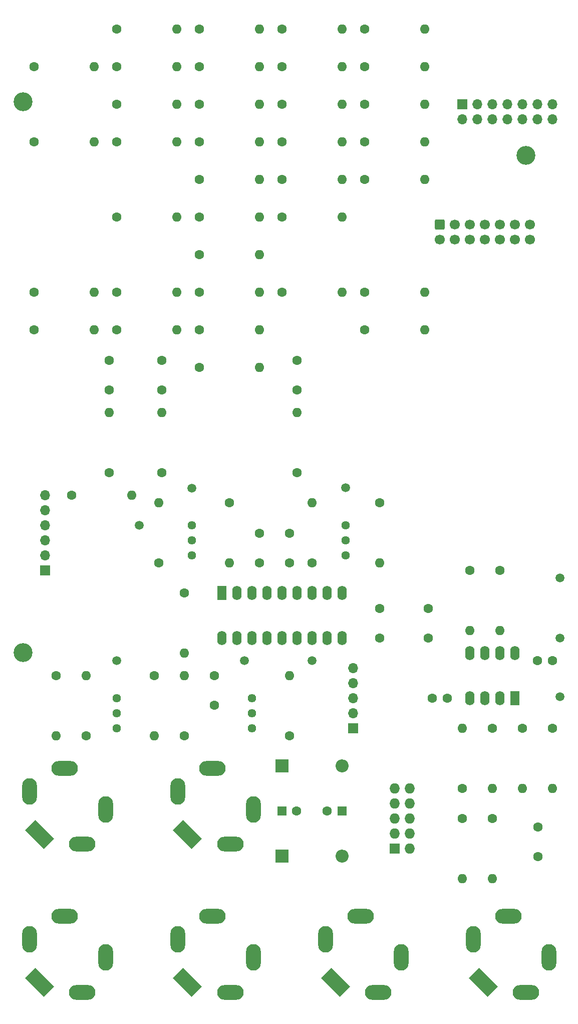
<source format=gbs>
G04 #@! TF.GenerationSoftware,KiCad,Pcbnew,7.0.0-rc2-unknown-92a61b187f~165~ubuntu22.04.1*
G04 #@! TF.CreationDate,2023-02-10T23:31:28-05:00*
G04 #@! TF.ProjectId,pmf_b1,706d665f-6231-42e6-9b69-6361645f7063,rev?*
G04 #@! TF.SameCoordinates,Original*
G04 #@! TF.FileFunction,Soldermask,Bot*
G04 #@! TF.FilePolarity,Negative*
%FSLAX46Y46*%
G04 Gerber Fmt 4.6, Leading zero omitted, Abs format (unit mm)*
G04 Created by KiCad (PCBNEW 7.0.0-rc2-unknown-92a61b187f~165~ubuntu22.04.1) date 2023-02-10 23:31:28*
%MOMM*%
%LPD*%
G01*
G04 APERTURE LIST*
G04 Aperture macros list*
%AMRoundRect*
0 Rectangle with rounded corners*
0 $1 Rounding radius*
0 $2 $3 $4 $5 $6 $7 $8 $9 X,Y pos of 4 corners*
0 Add a 4 corners polygon primitive as box body*
4,1,4,$2,$3,$4,$5,$6,$7,$8,$9,$2,$3,0*
0 Add four circle primitives for the rounded corners*
1,1,$1+$1,$2,$3*
1,1,$1+$1,$4,$5*
1,1,$1+$1,$6,$7*
1,1,$1+$1,$8,$9*
0 Add four rect primitives between the rounded corners*
20,1,$1+$1,$2,$3,$4,$5,0*
20,1,$1+$1,$4,$5,$6,$7,0*
20,1,$1+$1,$6,$7,$8,$9,0*
20,1,$1+$1,$8,$9,$2,$3,0*%
%AMRotRect*
0 Rectangle, with rotation*
0 The origin of the aperture is its center*
0 $1 length*
0 $2 width*
0 $3 Rotation angle, in degrees counterclockwise*
0 Add horizontal line*
21,1,$1,$2,0,0,$3*%
G04 Aperture macros list end*
%ADD10O,2.500000X4.500001*%
%ADD11O,4.500001X2.500001*%
%ADD12RotRect,4.500001X2.500001X315.000000*%
%ADD13O,4.500000X2.500000*%
%ADD14O,2.500000X4.500000*%
%ADD15C,3.200000*%
%ADD16R,1.700000X1.700000*%
%ADD17O,1.700000X1.700000*%
%ADD18C,1.600000*%
%ADD19O,1.600000X1.600000*%
%ADD20C,1.500000*%
%ADD21RoundRect,0.250000X-0.600000X0.600000X-0.600000X-0.600000X0.600000X-0.600000X0.600000X0.600000X0*%
%ADD22C,1.700000*%
%ADD23R,1.600000X2.400000*%
%ADD24O,1.600000X2.400000*%
%ADD25R,1.600000X1.600000*%
%ADD26C,1.440000*%
%ADD27R,2.200000X2.200000*%
%ADD28O,2.200000X2.200000*%
%ADD29R,1.727200X1.727200*%
%ADD30O,1.727200X1.727200*%
G04 APERTURE END LIST*
D10*
G04 #@! TO.C,J8*
X143899999Y-150499999D03*
D11*
X139999999Y-156399999D03*
D12*
X132759999Y-154739999D03*
D13*
X136999999Y-143599999D03*
D14*
X131099999Y-147499999D03*
G04 #@! TD*
D15*
G04 #@! TO.C,H3*
X105000000Y-124000000D03*
G04 #@! TD*
D16*
G04 #@! TO.C,J1*
X108659999Y-110159999D03*
D17*
X108659999Y-107619999D03*
X108659999Y-105079999D03*
X108659999Y-102539999D03*
X108659999Y-99999999D03*
X108659999Y-97459999D03*
G04 #@! TD*
D10*
G04 #@! TO.C,J7*
X143899999Y-175499999D03*
D11*
X139999999Y-181399999D03*
D12*
X132759999Y-179739999D03*
D13*
X136999999Y-168599999D03*
D14*
X131099999Y-172499999D03*
G04 #@! TD*
D10*
G04 #@! TO.C,J5*
X118899999Y-150499999D03*
D11*
X114999999Y-156399999D03*
D12*
X107759999Y-154739999D03*
D13*
X111999999Y-143599999D03*
D14*
X106099999Y-147499999D03*
G04 #@! TD*
D10*
G04 #@! TO.C,J9*
X168899999Y-175499999D03*
D11*
X164999999Y-181399999D03*
D12*
X157759999Y-179739999D03*
D13*
X161999999Y-168599999D03*
D14*
X156099999Y-172499999D03*
G04 #@! TD*
D16*
G04 #@! TO.C,J2*
X160729999Y-136829999D03*
D17*
X160729999Y-134289999D03*
X160729999Y-131749999D03*
X160729999Y-129209999D03*
X160729999Y-126669999D03*
G04 #@! TD*
D10*
G04 #@! TO.C,J6*
X118899999Y-175499999D03*
D11*
X114999999Y-181399999D03*
D12*
X107759999Y-179739999D03*
D13*
X111999999Y-168599999D03*
D14*
X106099999Y-172499999D03*
G04 #@! TD*
D10*
G04 #@! TO.C,J12*
X193899999Y-175499999D03*
D11*
X189999999Y-181399999D03*
D12*
X182759999Y-179739999D03*
D13*
X186999999Y-168599999D03*
D14*
X181099999Y-172499999D03*
G04 #@! TD*
D15*
G04 #@! TO.C,H2*
X190000000Y-40000000D03*
G04 #@! TD*
G04 #@! TO.C,H1*
X105000000Y-31000000D03*
G04 #@! TD*
D18*
G04 #@! TO.C,R56*
X179210000Y-152070000D03*
D19*
X179209999Y-162229999D03*
G04 #@! TD*
D18*
G04 #@! TO.C,R44*
X120790000Y-25070000D03*
D19*
X130949999Y-25069999D03*
G04 #@! TD*
D18*
G04 #@! TO.C,R26*
X148730000Y-44120000D03*
D19*
X158889999Y-44119999D03*
G04 #@! TD*
D20*
G04 #@! TO.C,TP2*
X133490000Y-96270000D03*
G04 #@! TD*
D18*
G04 #@! TO.C,R32*
X134760000Y-69520000D03*
D19*
X144919999Y-69519999D03*
G04 #@! TD*
D18*
G04 #@! TO.C,R11*
X151270000Y-93650000D03*
D19*
X151269999Y-83489999D03*
G04 #@! TD*
D20*
G04 #@! TO.C,TP4*
X153810000Y-125400000D03*
G04 #@! TD*
D21*
G04 #@! TO.C,J11*
X175400000Y-51740000D03*
D22*
X175400000Y-54280000D03*
X177940000Y-51740000D03*
X177940000Y-54280000D03*
X180480000Y-51740000D03*
X180480000Y-54280000D03*
X183020000Y-51740000D03*
X183020000Y-54280000D03*
X185560000Y-51740000D03*
X185560000Y-54280000D03*
X188100000Y-51740000D03*
X188100000Y-54280000D03*
X190640000Y-51740000D03*
X190640000Y-54280000D03*
G04 #@! TD*
D20*
G04 #@! TO.C,TP8*
X195720000Y-121590000D03*
G04 #@! TD*
D23*
G04 #@! TO.C,U1*
X138579999Y-113979999D03*
D24*
X141119999Y-113979999D03*
X143659999Y-113979999D03*
X146199999Y-113979999D03*
X148739999Y-113979999D03*
X151279999Y-113979999D03*
X153819999Y-113979999D03*
X156359999Y-113979999D03*
X158899999Y-113979999D03*
X158899999Y-121599999D03*
X156359999Y-121599999D03*
X153819999Y-121599999D03*
X151279999Y-121599999D03*
X148739999Y-121599999D03*
X146199999Y-121599999D03*
X143659999Y-121599999D03*
X141119999Y-121599999D03*
X138579999Y-121599999D03*
G04 #@! TD*
D25*
G04 #@! TO.C,C11*
X158889999Y-150799999D03*
D18*
X156390000Y-150800000D03*
G04 #@! TD*
G04 #@! TO.C,R57*
X184290000Y-152070000D03*
D19*
X184289999Y-162229999D03*
G04 #@! TD*
D20*
G04 #@! TO.C,TP5*
X120790000Y-125390000D03*
G04 #@! TD*
D18*
G04 #@! TO.C,R24*
X120790000Y-63170000D03*
D19*
X130949999Y-63169999D03*
G04 #@! TD*
D18*
G04 #@! TO.C,R21*
X106820000Y-37770000D03*
D19*
X116979999Y-37769999D03*
G04 #@! TD*
D18*
G04 #@! TO.C,R22*
X106820000Y-25070000D03*
D19*
X116979999Y-25069999D03*
G04 #@! TD*
D18*
G04 #@! TO.C,R49*
X162700000Y-44120000D03*
D19*
X172859999Y-44119999D03*
G04 #@! TD*
D18*
G04 #@! TO.C,R39*
X162700000Y-18720000D03*
D19*
X172859999Y-18719999D03*
G04 #@! TD*
D26*
G04 #@! TO.C,RV1*
X133490000Y-102540000D03*
X133490000Y-105080000D03*
X133490000Y-107620000D03*
G04 #@! TD*
D18*
G04 #@! TO.C,R50*
X134760000Y-37770000D03*
D19*
X144919999Y-37769999D03*
G04 #@! TD*
D18*
G04 #@! TO.C,R16*
X132220000Y-113960000D03*
D19*
X132219999Y-124119999D03*
G04 #@! TD*
D18*
G04 #@! TO.C,R38*
X134760000Y-18720000D03*
D19*
X144919999Y-18719999D03*
G04 #@! TD*
D18*
G04 #@! TO.C,R25*
X120790000Y-50470000D03*
D19*
X130949999Y-50469999D03*
G04 #@! TD*
D18*
G04 #@! TO.C,R48*
X162700000Y-63170000D03*
D19*
X172859999Y-63169999D03*
G04 #@! TD*
D18*
G04 #@! TO.C,R31*
X134760000Y-75870000D03*
D19*
X144919999Y-75869999D03*
G04 #@! TD*
D18*
G04 #@! TO.C,C6*
X151270000Y-79680000D03*
X151270000Y-74680000D03*
G04 #@! TD*
G04 #@! TO.C,R29*
X120790000Y-18720000D03*
D19*
X130949999Y-18719999D03*
G04 #@! TD*
D18*
G04 #@! TO.C,C13*
X174170000Y-131750000D03*
X176670000Y-131750000D03*
G04 #@! TD*
D23*
G04 #@! TO.C,U2*
X188099999Y-131749999D03*
D24*
X185559999Y-131749999D03*
X183019999Y-131749999D03*
X180479999Y-131749999D03*
X180479999Y-124129999D03*
X183019999Y-124129999D03*
X185559999Y-124129999D03*
X188099999Y-124129999D03*
G04 #@! TD*
D25*
G04 #@! TO.C,C10*
X148729999Y-150799999D03*
D18*
X151230000Y-150800000D03*
G04 #@! TD*
D27*
G04 #@! TO.C,D2*
X148729999Y-158419999D03*
D28*
X158889999Y-158419999D03*
G04 #@! TD*
D18*
G04 #@! TO.C,C5*
X137300000Y-127930000D03*
X137300000Y-132930000D03*
G04 #@! TD*
G04 #@! TO.C,R37*
X162700000Y-31420000D03*
D19*
X172859999Y-31419999D03*
G04 #@! TD*
D18*
G04 #@! TO.C,R28*
X148730000Y-31420000D03*
D19*
X158889999Y-31419999D03*
G04 #@! TD*
D18*
G04 #@! TO.C,R30*
X148730000Y-18720000D03*
D19*
X158889999Y-18719999D03*
G04 #@! TD*
D26*
G04 #@! TO.C,RV4*
X143650000Y-131740000D03*
X143650000Y-134280000D03*
X143650000Y-136820000D03*
G04 #@! TD*
D18*
G04 #@! TO.C,R4*
X150000000Y-138100000D03*
D19*
X149999999Y-127939999D03*
G04 #@! TD*
D26*
G04 #@! TO.C,RV3*
X120790000Y-131740000D03*
X120790000Y-134280000D03*
X120790000Y-136820000D03*
G04 #@! TD*
D20*
G04 #@! TO.C,TP6*
X142380000Y-125390000D03*
G04 #@! TD*
D16*
G04 #@! TO.C,J14*
X179209999Y-31419999D03*
D17*
X179209999Y-33959999D03*
X181749999Y-31419999D03*
X181749999Y-33959999D03*
X184289999Y-31419999D03*
X184289999Y-33959999D03*
X186829999Y-31419999D03*
X186829999Y-33959999D03*
X189369999Y-31419999D03*
X189369999Y-33959999D03*
X191909999Y-31419999D03*
X191909999Y-33959999D03*
X194449999Y-31419999D03*
X194449999Y-33959999D03*
G04 #@! TD*
D18*
G04 #@! TO.C,R2*
X119520000Y-93650000D03*
D19*
X119519999Y-83489999D03*
G04 #@! TD*
D18*
G04 #@! TO.C,R17*
X189370000Y-136830000D03*
D19*
X189369999Y-146989999D03*
G04 #@! TD*
D18*
G04 #@! TO.C,C4*
X128410000Y-79680000D03*
X128410000Y-74680000D03*
G04 #@! TD*
G04 #@! TO.C,R47*
X134760000Y-63170000D03*
D19*
X144919999Y-63169999D03*
G04 #@! TD*
D18*
G04 #@! TO.C,C1*
X150000000Y-108890000D03*
X150000000Y-103890000D03*
G04 #@! TD*
G04 #@! TO.C,R10*
X165240000Y-98730000D03*
D19*
X165239999Y-108889999D03*
G04 #@! TD*
D18*
G04 #@! TO.C,C3*
X144920000Y-108890000D03*
X144920000Y-103890000D03*
G04 #@! TD*
G04 #@! TO.C,R33*
X134760000Y-56820000D03*
D19*
X144919999Y-56819999D03*
G04 #@! TD*
D18*
G04 #@! TO.C,C7*
X165240000Y-121550000D03*
X165240000Y-116550000D03*
G04 #@! TD*
G04 #@! TO.C,C8*
X173495000Y-121590000D03*
X173495000Y-116590000D03*
G04 #@! TD*
G04 #@! TO.C,R55*
X185560000Y-110160000D03*
D19*
X185559999Y-120319999D03*
G04 #@! TD*
D18*
G04 #@! TO.C,R36*
X134760000Y-31420000D03*
D19*
X144919999Y-31419999D03*
G04 #@! TD*
D18*
G04 #@! TO.C,C12*
X191950000Y-125400000D03*
X194450000Y-125400000D03*
G04 #@! TD*
G04 #@! TO.C,R40*
X148730000Y-63170000D03*
D19*
X158889999Y-63169999D03*
G04 #@! TD*
D18*
G04 #@! TO.C,R9*
X110590000Y-127950000D03*
D19*
X110589999Y-138109999D03*
G04 #@! TD*
D18*
G04 #@! TO.C,R51*
X162700000Y-37770000D03*
D19*
X172859999Y-37769999D03*
G04 #@! TD*
D18*
G04 #@! TO.C,R13*
X132220000Y-138050000D03*
D19*
X132219999Y-127889999D03*
G04 #@! TD*
D18*
G04 #@! TO.C,R18*
X179210000Y-146990000D03*
D19*
X179209999Y-136829999D03*
G04 #@! TD*
D18*
G04 #@! TO.C,R43*
X148730000Y-37770000D03*
D19*
X158889999Y-37769999D03*
G04 #@! TD*
D20*
G04 #@! TO.C,TP9*
X195720000Y-131490000D03*
G04 #@! TD*
D18*
G04 #@! TO.C,R20*
X106820000Y-63170000D03*
D19*
X116979999Y-63169999D03*
G04 #@! TD*
D20*
G04 #@! TO.C,TP1*
X124600000Y-102550000D03*
G04 #@! TD*
D18*
G04 #@! TO.C,R7*
X113170000Y-97460000D03*
D19*
X123329999Y-97459999D03*
G04 #@! TD*
D18*
G04 #@! TO.C,R27*
X120790000Y-31420000D03*
D19*
X130949999Y-31419999D03*
G04 #@! TD*
D18*
G04 #@! TO.C,C9*
X192000000Y-153500000D03*
X192000000Y-158500000D03*
G04 #@! TD*
G04 #@! TO.C,R23*
X120790000Y-69520000D03*
D19*
X130949999Y-69519999D03*
G04 #@! TD*
D18*
G04 #@! TO.C,R41*
X148730000Y-50470000D03*
D19*
X158889999Y-50469999D03*
G04 #@! TD*
D18*
G04 #@! TO.C,R46*
X162700000Y-69520000D03*
D19*
X172859999Y-69519999D03*
G04 #@! TD*
D18*
G04 #@! TO.C,R19*
X106820000Y-69520000D03*
D19*
X116979999Y-69519999D03*
G04 #@! TD*
D18*
G04 #@! TO.C,R42*
X120790000Y-37770000D03*
D19*
X130949999Y-37769999D03*
G04 #@! TD*
D18*
G04 #@! TO.C,R12*
X194450000Y-136830000D03*
D19*
X194449999Y-146989999D03*
G04 #@! TD*
D27*
G04 #@! TO.C,D1*
X148729999Y-143179999D03*
D28*
X158889999Y-143179999D03*
G04 #@! TD*
D18*
G04 #@! TO.C,R34*
X134760000Y-50470000D03*
D19*
X144919999Y-50469999D03*
G04 #@! TD*
D18*
G04 #@! TO.C,R35*
X134760000Y-44120000D03*
D19*
X144919999Y-44119999D03*
G04 #@! TD*
D18*
G04 #@! TO.C,R45*
X148730000Y-25070000D03*
D19*
X158889999Y-25069999D03*
G04 #@! TD*
D18*
G04 #@! TO.C,R54*
X180480000Y-110160000D03*
D19*
X180479999Y-120319999D03*
G04 #@! TD*
D18*
G04 #@! TO.C,R3*
X153810000Y-108890000D03*
D19*
X153809999Y-98729999D03*
G04 #@! TD*
D18*
G04 #@! TO.C,R6*
X128410000Y-93650000D03*
D19*
X128409999Y-83489999D03*
G04 #@! TD*
D20*
G04 #@! TO.C,TP7*
X195720000Y-111430000D03*
G04 #@! TD*
D29*
G04 #@! TO.C,J10*
X167779999Y-157149999D03*
D30*
X170319999Y-157149999D03*
X167779999Y-154609999D03*
X170319999Y-154609999D03*
X167779999Y-152069999D03*
X170319999Y-152069999D03*
X167779999Y-149529999D03*
X170319999Y-149529999D03*
X167779999Y-146989999D03*
X170319999Y-146989999D03*
G04 #@! TD*
D18*
G04 #@! TO.C,R1*
X127950000Y-108900000D03*
D19*
X127949999Y-98739999D03*
G04 #@! TD*
D18*
G04 #@! TO.C,R15*
X184290000Y-136830000D03*
D19*
X184289999Y-146989999D03*
G04 #@! TD*
D18*
G04 #@! TO.C,C2*
X119520000Y-79640000D03*
X119520000Y-74640000D03*
G04 #@! TD*
G04 #@! TO.C,R14*
X127140000Y-127890000D03*
D19*
X127139999Y-138049999D03*
G04 #@! TD*
D26*
G04 #@! TO.C,RV2*
X159525000Y-102530000D03*
X159525000Y-105070000D03*
X159525000Y-107610000D03*
G04 #@! TD*
D20*
G04 #@! TO.C,TP3*
X159525000Y-96190000D03*
G04 #@! TD*
D18*
G04 #@! TO.C,R5*
X139840000Y-98730000D03*
D19*
X139839999Y-108889999D03*
G04 #@! TD*
D18*
G04 #@! TO.C,R53*
X162700000Y-25070000D03*
D19*
X172859999Y-25069999D03*
G04 #@! TD*
D18*
G04 #@! TO.C,R52*
X134760000Y-25070000D03*
D19*
X144919999Y-25069999D03*
G04 #@! TD*
D18*
G04 #@! TO.C,R8*
X115670000Y-138110000D03*
D19*
X115669999Y-127949999D03*
G04 #@! TD*
M02*

</source>
